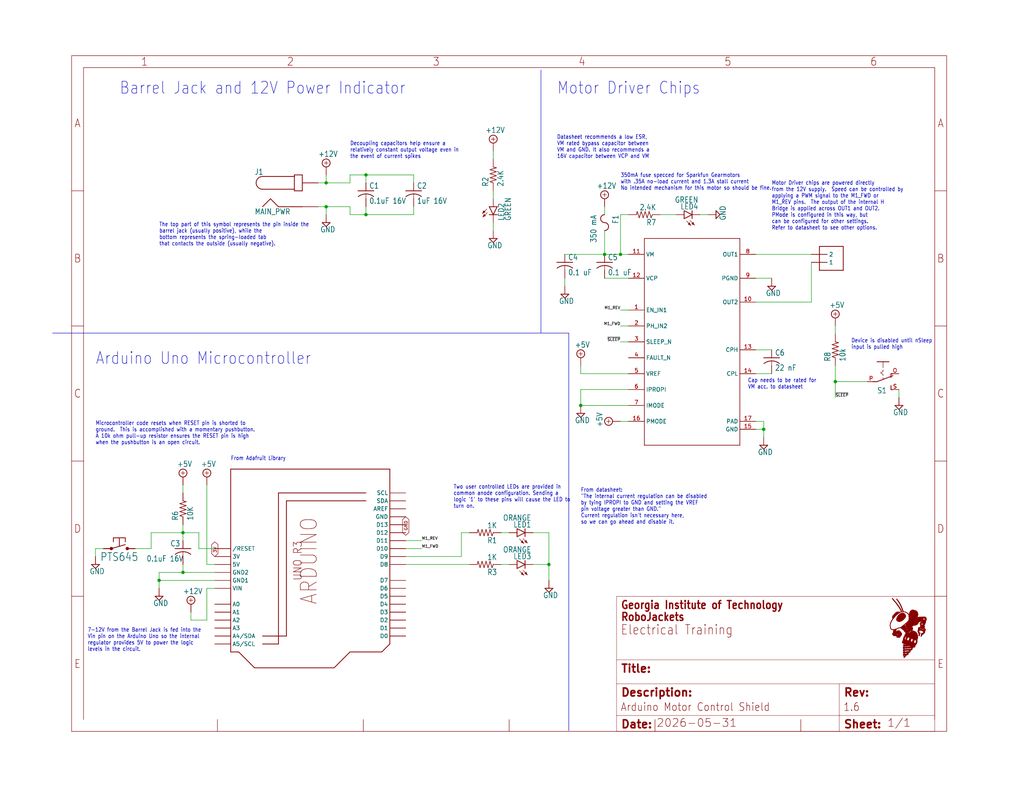
<source format=kicad_sch>
(kicad_sch (version 20230121) (generator eeschema)
  (paper "User" 326.949 254.33)
  (lib_symbols
    (symbol "training_board-eagle-import:+12V" (power)
      (property "Value" "+12V" (at -2.54 3.175 0))
      (symbol "+12V_1_0"
        (pin power_in line (at 0 -2.54 90) (length 2.54) (name "+12V") (number "1"))
      )
    )
    (symbol "training_board-eagle-import:+5V" (power)
      (property "Value" "+5V" (at -1.905 3.175 0))
      (symbol "+5V_1_0"
        (pin power_in line (at 0 -2.54 90) (length 2.54) (name "+5V") (number "1"))
      )
    )
    (symbol "training_board-eagle-import:1X2-3.5MM"
      (symbol "1X2-3.5MM_1_0"
        (pin passive line (at -5.08 2.54 0) (length 5.08) (name "1") (number "1"))
        (pin passive line (at -5.08 0 0) (length 5.08) (name "2") (number "2"))
      )
    )
    (symbol "training_board-eagle-import:ARDUINOR3-NOIOREF-NOTEXT"
      (symbol "ARDUINOR3-NOIOREF-NOTEXT_1_0"
        (text "ARDUINO" (at -17.78 2.54 0) (effects (font (size 5.08 4.318)) (justify left bottom)))
        (text "UNO R3" (at -10.16 -2.54 0) (effects (font (size 2.54 2.159)) (justify left bottom)))
        (pin power_in line (at -5.08 -30.48 90) (length 5.08) (name "3V") (number "3V"))
        (pin power_in line (at -2.54 -30.48 90) (length 5.08) (name "5V") (number "5V"))
        (pin bidirectional line (at 10.16 -30.48 90) (length 5.08) (name "A0") (number "A0"))
        (pin bidirectional line (at 12.7 -30.48 90) (length 5.08) (name "A1") (number "A1"))
        (pin bidirectional line (at 15.24 -30.48 90) (length 5.08) (name "A2") (number "A2"))
        (pin bidirectional line (at 17.78 -30.48 90) (length 5.08) (name "A3") (number "A3"))
        (pin bidirectional line (at 20.32 -30.48 90) (length 5.08) (name "A4/SDA") (number "A4"))
        (pin bidirectional line (at 22.86 -30.48 90) (length 5.08) (name "A5/SCL") (number "A5"))
        (pin bidirectional line (at -20.32 30.48 270) (length 5.08) (name "AREF") (number "AREF"))
        (pin bidirectional line (at 20.32 30.48 270) (length 5.08) (name "D0") (number "D0"))
        (pin bidirectional line (at 17.78 30.48 270) (length 5.08) (name "D1") (number "D1"))
        (pin bidirectional line (at -7.62 30.48 270) (length 5.08) (name "D10") (number "D10"))
        (pin bidirectional line (at -10.16 30.48 270) (length 5.08) (name "D11") (number "D11"))
        (pin bidirectional line (at -12.7 30.48 270) (length 5.08) (name "D12") (number "D12"))
        (pin bidirectional line (at -15.24 30.48 270) (length 5.08) (name "D13") (number "D13"))
        (pin bidirectional line (at 15.24 30.48 270) (length 5.08) (name "D2") (number "D2"))
        (pin bidirectional line (at 12.7 30.48 270) (length 5.08) (name "D3") (number "D3"))
        (pin bidirectional line (at 10.16 30.48 270) (length 5.08) (name "D4") (number "D4"))
        (pin bidirectional line (at 7.62 30.48 270) (length 5.08) (name "D5") (number "D5"))
        (pin bidirectional line (at 5.08 30.48 270) (length 5.08) (name "D6") (number "D6"))
        (pin bidirectional line (at 2.54 30.48 270) (length 5.08) (name "D7") (number "D7"))
        (pin bidirectional line (at -2.54 30.48 270) (length 5.08) (name "D8") (number "D8"))
        (pin bidirectional line (at -5.08 30.48 270) (length 5.08) (name "D9") (number "D9"))
        (pin power_in line (at -17.78 30.48 270) (length 5.08) (name "GND") (number "GND"))
        (pin power_in line (at 2.54 -30.48 90) (length 5.08) (name "GND1") (number "GND1"))
        (pin power_in line (at 0 -30.48 90) (length 5.08) (name "GND2") (number "GND2"))
        (pin bidirectional line (at -7.62 -30.48 90) (length 5.08) (name "/RESET") (number "RESET"))
        (pin bidirectional line (at -25.4 30.48 270) (length 5.08) (name "SCL") (number "SCL"))
        (pin bidirectional line (at -22.86 30.48 270) (length 5.08) (name "SDA") (number "SDA"))
        (pin power_in line (at 5.08 -30.48 90) (length 5.08) (name "VIN") (number "VIN"))
      )
    )
    (symbol "training_board-eagle-import:C-USC0805"
      (property "Reference" "C" (at 1.016 0.635 0))
      (symbol "C-USC0805_1_0"
        (pin passive line (at 0 2.54 270) (length 2.54) (name "1") (number "1"))
        (pin passive line (at 0 -5.08 90) (length 2.54) (name "2") (number "2"))
      )
    )
    (symbol "training_board-eagle-import:C-USCHIP-0603(1608-METRIC)"
      (property "Reference" "C" (at 1.016 0.635 0))
      (symbol "C-USCHIP-0603(1608-METRIC)_1_0"
        (pin passive line (at 0 2.54 270) (length 2.54) (name "1") (number "1"))
        (pin passive line (at 0 -5.08 90) (length 2.54) (name "2") (number "2"))
      )
    )
    (symbol "training_board-eagle-import:CHIP_FUSE1812"
      (property "Reference" "F" (at -2.54 2.54 0))
      (symbol "CHIP_FUSE1812_1_0"
        (pin bidirectional line (at -2.54 0 0) (length 0) (name "1") (number "1"))
        (pin bidirectional line (at 2.54 0 180) (length 0) (name "2") (number "2"))
      )
    )
    (symbol "training_board-eagle-import:DRV8876PWPRPWP0016J_NV"
      (symbol "DRV8876PWPRPWP0016J_NV_1_0"
        (pin input line (at -20.32 10.16 0) (length 5.08) (name "EN_IN1") (number "1"))
        (pin output line (at 20.32 12.7 180) (length 5.08) (name "OUT2") (number "10"))
        (pin power_in line (at -20.32 27.94 0) (length 5.08) (name "VM") (number "11"))
        (pin power_in line (at -20.32 20.32 0) (length 5.08) (name "VCP") (number "12"))
        (pin power_in line (at 20.32 -2.54 180) (length 5.08) (name "CPH") (number "13"))
        (pin power_in line (at 20.32 -10.16 180) (length 5.08) (name "CPL") (number "14"))
        (pin power_in line (at 20.32 -27.94 180) (length 5.08) (name "GND") (number "15"))
        (pin input line (at -20.32 -25.4 0) (length 5.08) (name "PMODE") (number "16"))
        (pin power_in line (at 20.32 -25.4 180) (length 5.08) (name "PAD") (number "17"))
        (pin input line (at -20.32 5.08 0) (length 5.08) (name "PH_IN2") (number "2"))
        (pin input line (at -20.32 0 0) (length 5.08) (name "SLEEP_N") (number "3"))
        (pin open_collector line (at -20.32 -5.08 0) (length 5.08) (name "FAULT_N") (number "4"))
        (pin power_in line (at -20.32 -10.16 0) (length 5.08) (name "VREF") (number "5"))
        (pin output line (at -20.32 -15.24 0) (length 5.08) (name "IPROPI") (number "6"))
        (pin input line (at -20.32 -20.32 0) (length 5.08) (name "IMODE") (number "7"))
        (pin output line (at 20.32 27.94 180) (length 5.08) (name "OUT1") (number "8"))
        (pin power_in line (at 20.32 20.32 180) (length 5.08) (name "PGND") (number "9"))
      )
    )
    (symbol "training_board-eagle-import:EG1218S"
      (property "Reference" "S" (at -6.35 -1.905 90))
      (symbol "EG1218S_1_0"
        (pin passive line (at 0 5.08 270) (length 2.54) (name "O") (number "O"))
        (pin passive line (at 2.54 -5.08 90) (length 2.54) (name "P") (number "P"))
        (pin passive line (at 5.08 5.08 270) (length 2.54) (name "S") (number "S"))
      )
    )
    (symbol "training_board-eagle-import:FRAME_A_L"
      (symbol "FRAME_A_L_1_0"
        (text "1" (at 23.2833 213.995 0) (effects (font (size 2.54 2.286))))
        (text "2" (at 69.85 213.995 0) (effects (font (size 2.54 2.286))))
        (text "3" (at 116.4167 213.995 0) (effects (font (size 2.54 2.286))))
        (text "4" (at 162.9833 213.995 0) (effects (font (size 2.54 2.286))))
        (text "5" (at 209.55 213.995 0) (effects (font (size 2.54 2.286))))
        (text "6" (at 256.1167 213.995 0) (effects (font (size 2.54 2.286))))
        (text "A" (at 1.905 194.31 0) (effects (font (size 2.54 2.286))))
        (text "A" (at 277.495 194.31 0) (effects (font (size 2.54 2.286))))
        (text "B" (at 1.905 151.13 0) (effects (font (size 2.54 2.286))))
        (text "B" (at 277.495 151.13 0) (effects (font (size 2.54 2.286))))
        (text "C" (at 1.905 107.95 0) (effects (font (size 2.54 2.286))))
        (text "C" (at 277.495 107.95 0) (effects (font (size 2.54 2.286))))
        (text "D" (at 1.905 64.77 0) (effects (font (size 2.54 2.286))))
        (text "D" (at 277.495 64.77 0) (effects (font (size 2.54 2.286))))
        (text "E" (at 1.905 21.59 0) (effects (font (size 2.54 2.286))))
        (text "E" (at 277.495 21.59 0) (effects (font (size 2.54 2.286))))
      )
      (symbol "FRAME_A_L_2_0"
        (text "${#}/${##}" (at 86.36 1.27 0) (effects (font (size 2.54 2.54)) (justify left bottom)))
        (text "${CURRENT_DATE}" (at 12.7 1.27 0) (effects (font (size 2.54 2.54)) (justify left bottom)))
        (text "${PROJECTNAME}" (at 15.24 19.05 0) (effects (font (size 2.54 2.54)) (justify left bottom)))
        (text "${REVISION}" (at 72.39 6.35 0) (effects (font (size 2.54 2.159)) (justify left bottom)))
        (text "${SCH_DESC}" (at 1.27 6.35 0) (effects (font (size 2.54 2.159)) (justify left bottom)))
        (text "${TEAM}" (at 1.27 34.29 0) (effects (font (size 3.048 2.5908)) (justify left top)))
        (text "Date:" (at 1.27 3.81 0) (effects (font (size 2.54 2.54) (thickness 0.508) bold) (justify left top)))
        (text "Description:" (at 1.27 13.97 0) (effects (font (size 2.54 2.54) (thickness 0.508) bold) (justify left top)))
        (text "Georgia Institute of Technology" (at 1.27 41.91 0) (effects (font (size 2.54 2.159) (thickness 0.4318) bold) (justify left top)))
        (text "Rev:" (at 72.39 13.97 0) (effects (font (size 2.54 2.54) (thickness 0.508) bold) (justify left top)))
        (text "RoboJackets" (at 1.27 38.1 0) (effects (font (size 2.54 2.159) (thickness 0.4318) bold) (justify left top)))
        (text "Sheet:" (at 72.39 3.81 0) (effects (font (size 2.54 2.54) (thickness 0.508) bold) (justify left top)))
        (text "Title:" (at 1.27 21.59 0) (effects (font (size 2.54 2.54) (thickness 0.508) bold) (justify left top)))
      )
    )
    (symbol "training_board-eagle-import:GND" (power)
      (property "Value" "GND" (at -1.905 -3.175 0))
      (symbol "GND_1_0"
        (pin power_in line (at 0 2.54 270) (length 2.54) (name "GND") (number "1"))
      )
    )
    (symbol "training_board-eagle-import:LEDCHIP-LED0603"
      (property "Reference" "LED" (at 3.556 -4.572 90))
      (symbol "LEDCHIP-LED0603_1_0"
        (pin passive line (at 0 2.54 270) (length 2.54) (name "A") (number "A"))
        (pin passive line (at 0 -5.08 90) (length 2.54) (name "C") (number "C"))
      )
    )
    (symbol "training_board-eagle-import:PJ-037A"
      (property "Reference" "J" (at -10.16 7.62 0))
      (symbol "PJ-037A_1_0"
        (pin bidirectional line (at 10.16 -2.54 180) (length 5.08) (name "2") (number "P$1"))
        (pin bidirectional line (at 10.16 5.08 180) (length 5.08) (name "1") (number "P$2"))
      )
    )
    (symbol "training_board-eagle-import:PTS645"
      (symbol "PTS645_1_0"
        (pin passive line (at -5.08 0 0) (length 2.54) (name "1") (number "1"))
        (pin passive line (at -5.08 0 0) (length 2.54) (name "1") (number "2"))
        (pin passive line (at 5.08 0 180) (length 2.54) (name "2") (number "3"))
        (pin passive line (at 5.08 0 180) (length 2.54) (name "2") (number "4"))
      )
    )
    (symbol "training_board-eagle-import:R-US_R0603"
      (property "Reference" "R" (at -3.81 1.4986 0))
      (symbol "R-US_R0603_1_0"
        (pin passive line (at -5.08 0 0) (length 2.54) (name "1") (number "1"))
        (pin passive line (at 5.08 0 180) (length 2.54) (name "2") (number "2"))
      )
    )
  )
  (junction (at 58.42 182.88))
  (junction (at 116.84 55.88))
  (junction (at 116.84 68.58))
  (junction (at 198.12 81.28))
  (junction (at 266.7 121.92))
  (junction (at 185.42 129.54))
  (junction (at 58.42 170.18))
  (junction (at 50.8 185.42))
  (junction (at 193.04 81.28))
  (junction (at 243.84 137.16))
  (junction (at 104.14 66.04))
  (junction (at 104.14 58.42))
  (junction (at 175.26 180.34))
  (wire (pts (xy 210.82 68.58) (xy 215.9 68.58)) (stroke (width 0.1524)))
  (wire (pts (xy 185.42 124.46) (xy 185.42 129.54)) (stroke (width 0.1524)))
  (wire (pts (xy 266.7 106.68) (xy 266.7 104.14)) (stroke (width 0.1524)))
  (wire (pts (xy 48.26 170.18) (xy 58.42 170.18)) (stroke (width 0.1524)))
  (wire (pts (xy 50.8 182.88) (xy 50.8 185.42)) (stroke (width 0.1524)))
  (wire (pts (xy 149.86 170.18) (xy 147.32 170.18)) (stroke (width 0.1524)))
  (wire (pts (xy 185.42 119.38) (xy 185.42 116.84)) (stroke (width 0.1524)))
  (wire (pts (xy 160.02 180.34) (xy 162.56 180.34)) (stroke (width 0.1524)))
  (wire (pts (xy 157.48 71.12) (xy 157.48 73.66)) (stroke (width 0.1524)))
  (wire (pts (xy 200.66 124.46) (xy 185.42 124.46)) (stroke (width 0.1524)))
  (wire (pts (xy 66.04 180.34) (xy 66.04 154.94)) (stroke (width 0.1524)))
  (wire (pts (xy 30.48 175.26) (xy 30.48 177.8)) (stroke (width 0.1524)))
  (wire (pts (xy 287.02 124.46) (xy 287.02 127)) (stroke (width 0.1524)))
  (wire (pts (xy 33.02 175.26) (xy 30.48 175.26)) (stroke (width 0.1524)))
  (wire (pts (xy 50.8 185.42) (xy 50.8 187.96)) (stroke (width 0.1524)))
  (wire (pts (xy 198.12 68.58) (xy 198.12 81.28)) (stroke (width 0.1524)))
  (wire (pts (xy 58.42 154.94) (xy 58.42 157.48)) (stroke (width 0.1524)))
  (wire (pts (xy 200.66 129.54) (xy 185.42 129.54)) (stroke (width 0.1524)))
  (wire (pts (xy 101.6 58.42) (xy 104.14 58.42)) (stroke (width 0.1524)))
  (wire (pts (xy 241.3 111.76) (xy 246.38 111.76)) (stroke (width 0.1524)))
  (wire (pts (xy 63.5 170.18) (xy 58.42 170.18)) (stroke (width 0.1524)))
  (wire (pts (xy 223.52 68.58) (xy 226.06 68.58)) (stroke (width 0.1524)))
  (wire (pts (xy 58.42 167.64) (xy 58.42 170.18)) (stroke (width 0.1524)))
  (wire (pts (xy 170.18 180.34) (xy 175.26 180.34)) (stroke (width 0.1524)))
  (wire (pts (xy 200.66 68.58) (xy 198.12 68.58)) (stroke (width 0.1524)))
  (wire (pts (xy 193.04 73.66) (xy 193.04 81.28)) (stroke (width 0.1524)))
  (wire (pts (xy 266.7 121.92) (xy 266.7 127)) (stroke (width 0.1524)))
  (wire (pts (xy 111.76 68.58) (xy 111.76 66.04)) (stroke (width 0.1524)))
  (wire (pts (xy 132.08 66.04) (xy 132.08 68.58)) (stroke (width 0.1524)))
  (wire (pts (xy 111.76 66.04) (xy 104.14 66.04)) (stroke (width 0.1524)))
  (wire (pts (xy 66.04 198.12) (xy 60.96 198.12)) (stroke (width 0.1524)))
  (wire (pts (xy 200.66 109.22) (xy 198.12 109.22)) (stroke (width 0.1524)))
  (wire (pts (xy 200.66 81.28) (xy 198.12 81.28)) (stroke (width 0.1524)))
  (wire (pts (xy 132.08 58.42) (xy 132.08 55.88)) (stroke (width 0.1524)))
  (wire (pts (xy 68.58 187.96) (xy 66.04 187.96)) (stroke (width 0.1524)))
  (polyline (pts (xy 181.61 233.426) (xy 181.61 106.426)) (stroke (width 0.1524) (type solid)))
  (wire (pts (xy 266.7 116.84) (xy 266.7 121.92)) (stroke (width 0.1524)))
  (wire (pts (xy 58.42 182.88) (xy 50.8 182.88)) (stroke (width 0.1524)))
  (wire (pts (xy 259.08 96.52) (xy 259.08 83.82)) (stroke (width 0.1524)))
  (wire (pts (xy 132.08 68.58) (xy 116.84 68.58)) (stroke (width 0.1524)))
  (wire (pts (xy 129.54 175.26) (xy 134.62 175.26)) (stroke (width 0.1524)))
  (wire (pts (xy 132.08 55.88) (xy 116.84 55.88)) (stroke (width 0.1524)))
  (wire (pts (xy 147.32 177.8) (xy 147.32 170.18)) (stroke (width 0.1524)))
  (wire (pts (xy 50.8 185.42) (xy 68.58 185.42)) (stroke (width 0.1524)))
  (wire (pts (xy 66.04 187.96) (xy 66.04 198.12)) (stroke (width 0.1524)))
  (wire (pts (xy 157.48 48.26) (xy 157.48 50.8)) (stroke (width 0.1524)))
  (wire (pts (xy 58.42 180.34) (xy 58.42 182.88)) (stroke (width 0.1524)))
  (wire (pts (xy 276.86 121.92) (xy 266.7 121.92)) (stroke (width 0.1524)))
  (wire (pts (xy 111.76 58.42) (xy 104.14 58.42)) (stroke (width 0.1524)))
  (wire (pts (xy 241.3 81.28) (xy 259.08 81.28)) (stroke (width 0.1524)))
  (wire (pts (xy 200.66 134.62) (xy 198.12 134.62)) (stroke (width 0.1524)))
  (wire (pts (xy 111.76 55.88) (xy 111.76 58.42)) (stroke (width 0.1524)))
  (wire (pts (xy 129.54 172.72) (xy 134.62 172.72)) (stroke (width 0.1524)))
  (wire (pts (xy 193.04 81.28) (xy 180.34 81.28)) (stroke (width 0.1524)))
  (wire (pts (xy 116.84 58.42) (xy 116.84 55.88)) (stroke (width 0.1524)))
  (wire (pts (xy 241.3 119.38) (xy 246.38 119.38)) (stroke (width 0.1524)))
  (wire (pts (xy 200.66 104.14) (xy 198.12 104.14)) (stroke (width 0.1524)))
  (wire (pts (xy 241.3 96.52) (xy 259.08 96.52)) (stroke (width 0.1524)))
  (wire (pts (xy 241.3 137.16) (xy 243.84 137.16)) (stroke (width 0.1524)))
  (wire (pts (xy 129.54 180.34) (xy 149.86 180.34)) (stroke (width 0.1524)))
  (wire (pts (xy 129.54 177.8) (xy 147.32 177.8)) (stroke (width 0.1524)))
  (wire (pts (xy 116.84 68.58) (xy 111.76 68.58)) (stroke (width 0.1524)))
  (wire (pts (xy 48.26 175.26) (xy 48.26 170.18)) (stroke (width 0.1524)))
  (wire (pts (xy 162.56 170.18) (xy 160.02 170.18)) (stroke (width 0.1524)))
  (wire (pts (xy 193.04 88.9) (xy 200.66 88.9)) (stroke (width 0.1524)))
  (wire (pts (xy 116.84 55.88) (xy 111.76 55.88)) (stroke (width 0.1524)))
  (wire (pts (xy 104.14 58.42) (xy 104.14 55.88)) (stroke (width 0.1524)))
  (wire (pts (xy 241.3 134.62) (xy 243.84 134.62)) (stroke (width 0.1524)))
  (wire (pts (xy 170.18 170.18) (xy 175.26 170.18)) (stroke (width 0.1524)))
  (wire (pts (xy 175.26 180.34) (xy 175.26 185.42)) (stroke (width 0.1524)))
  (polyline (pts (xy 172.72 106.426) (xy 172.72 22.352)) (stroke (width 0.1524) (type solid)))
  (wire (pts (xy 200.66 99.06) (xy 198.12 99.06)) (stroke (width 0.1524)))
  (wire (pts (xy 175.26 170.18) (xy 175.26 180.34)) (stroke (width 0.1524)))
  (wire (pts (xy 68.58 180.34) (xy 66.04 180.34)) (stroke (width 0.1524)))
  (wire (pts (xy 43.18 175.26) (xy 48.26 175.26)) (stroke (width 0.1524)))
  (wire (pts (xy 241.3 88.9) (xy 246.38 88.9)) (stroke (width 0.1524)))
  (wire (pts (xy 116.84 66.04) (xy 116.84 68.58)) (stroke (width 0.1524)))
  (polyline (pts (xy 16.764 106.426) (xy 181.61 106.426)) (stroke (width 0.1524) (type solid)))
  (wire (pts (xy 243.84 134.62) (xy 243.84 137.16)) (stroke (width 0.1524)))
  (wire (pts (xy 63.5 175.26) (xy 63.5 170.18)) (stroke (width 0.1524)))
  (wire (pts (xy 104.14 66.04) (xy 104.14 68.58)) (stroke (width 0.1524)))
  (wire (pts (xy 180.34 88.9) (xy 180.34 91.44)) (stroke (width 0.1524)))
  (wire (pts (xy 157.48 60.96) (xy 157.48 63.5)) (stroke (width 0.1524)))
  (wire (pts (xy 193.04 68.58) (xy 193.04 66.04)) (stroke (width 0.1524)))
  (wire (pts (xy 68.58 182.88) (xy 58.42 182.88)) (stroke (width 0.1524)))
  (wire (pts (xy 243.84 137.16) (xy 243.84 139.7)) (stroke (width 0.1524)))
  (wire (pts (xy 200.66 119.38) (xy 185.42 119.38)) (stroke (width 0.1524)))
  (wire (pts (xy 101.6 66.04) (xy 104.14 66.04)) (stroke (width 0.1524)))
  (wire (pts (xy 198.12 81.28) (xy 193.04 81.28)) (stroke (width 0.1524)))
  (wire (pts (xy 63.5 175.26) (xy 68.58 175.26)) (stroke (width 0.1524)))
  (wire (pts (xy 60.96 195.58) (xy 60.96 198.12)) (stroke (width 0.1524)))
  (wire (pts (xy 58.42 170.18) (xy 58.42 172.72)) (stroke (width 0.1524)))
  (text "Device is disabled until nSleep\ninput is pulled high" (at 271.78 111.76 0) (effects (font (size 1.27 1.0795)) (justify left bottom)))
  (text "Decoupling capacitors help ensure a\nrelatively constant output voltage even in\nthe event of current spikes" (at 111.76 50.8 0) (effects (font (size 1.27 1.0795)) (justify left bottom)))
  (text "Cap needs to be rated for\nVM acc. to datasheet" (at 238.76 124.46 0) (effects (font (size 1.27 1.0795)) (justify left bottom)))
  (text "Two user controlled LEDs are provided in\ncommon anode configuration. Sending a\nlogic '1' to these pins will cause the LED to\nturn on." (at 144.78 162.56 0) (effects (font (size 1.27 1.0795)) (justify left bottom)))
  (text "The top part of this symbol represents the pin inside the\nbarrel jack (usually positive), while the\nbottom represents the spring-loaded tab\nthat contacts the outside (usually negative)." (at 50.8 78.74 0) (effects (font (size 1.27 1.0795)) (justify left bottom)))
  (text "Microcontroller code resets when RESET pin is shorted to\nground.  This is accomplished with a momentary pushbutton.\nA 10k ohm pull-up resistor ensures the RESET pin is high\nwhen the pushbutton is an open circuit." (at 30.48 142.24 0) (effects (font (size 1.27 1.0795)) (justify left bottom)))
  (text "Barrel Jack and 12V Power Indicator" (at 38.1 30.48 0) (effects (font (size 3.81 3.2385)) (justify left bottom)))
  (text "From Adafruit Library" (at 73.66 147.32 0) (effects (font (size 1.27 1.0795)) (justify left bottom)))
  (text "Datasheet recommends a low ESR,\nVM rated bypass capacitor between\nVM and GND. It also recommends a\n16V capacitor between VCP and VM" (at 177.8 50.8 0) (effects (font (size 1.27 1.0795)) (justify left bottom)))
  (text "7-12V from the Barrel Jack is fed into the\nVin pin on the Arduino Uno so the internal\nregulator provides 5V to power the logic\nlevels in the circuit." (at 27.94 208.28 0) (effects (font (size 1.27 1.0795)) (justify left bottom)))
  (text "Motor Driver chips are powered directly\nfrom the 12V supply.  Speed can be controlled by\napplying a PWM signal to the M1_FWD or\nM1_REV pins.  The output of the internal H\nBridge is applied across OUT1 and OUT2.\nPMode is configured in this way, but\ncan be configured for other settings.\nRefer to datasheet to see other options." (at 246.38 73.66 0) (effects (font (size 1.27 1.0795)) (justify left bottom)))
  (text "From datasheet:\n\"The internal current regulation can be disabled\nby tying IPROPI to GND and setting the VREF\npin voltage greater than GND.\"\nCurrent regulation isn't necessary here,\nso we can go ahead and disable it." (at 185.42 167.64 0) (effects (font (size 1.27 1.0795)) (justify left bottom)))
  (text "350mA fuse specced for Sparkfun Gearmotors\nwith .35A no-load current and 1.3A stall current\nNo intended mechanism for this motor so should be fine." (at 198.12 60.96 0) (effects (font (size 1.27 1.0795)) (justify left bottom)))
  (text "Motor Driver Chips" (at 177.8 30.48 0) (effects (font (size 3.81 3.2385)) (justify left bottom)))
  (text "Arduino Uno Microcontroller" (at 30.48 116.84 0) (effects (font (size 3.81 3.2385)) (justify left bottom)))
  (label "M1_REV" (at 134.62 172.72 0) (effects (font (size 0.889 0.889))))
  (label "M1_REV" (at 198.12 99.06 180) (effects (font (size 0.889 0.889))))
  (label "~{SLEEP}" (at 266.7 127 0) (effects (font (size 0.889 0.889))))
  (label "~{SLEEP}" (at 198.12 109.22 180) (effects (font (size 0.889 0.889))))
  (label "M1_FWD" (at 134.62 175.26 0) (effects (font (size 0.889 0.889))))
  (label "M1_FWD" (at 198.12 104.14 180) (effects (font (size 0.889 0.889))))
  (global_label "3V" (shape bidirectional) (at 68.58 177.8 90) (effects (font (size 1.016 1.016))) (property "Intersheetrefs" "${INTERSHEET_REFS}" (effects hide)))
  (global_label "GND" (shape bidirectional) (at 129.54 165.1 270) (effects (font (size 1.016 1.016))) (property "Intersheetrefs" "${INTERSHEET_REFS}" (effects hide)))
  (symbol (lib_id "training_board-eagle-import:GND") (at 180.34 93.98 0) (unit 1)
    (property "Reference" "#SUPPLY15" (effects hide))
    (property "Value" "GND" (at 178.435 97.155 0) (effects (font (size 1.778 1.5113)) (justify left bottom)))
  )
  (symbol (lib_id "training_board-eagle-import:C-USC0805") (at 116.84 60.96 0) (unit 1)
    (property "Reference" "C1" (at 117.856 60.325 0) (effects (font (size 1.778 1.5113)) (justify left bottom)))
    (property "Value" "0.1uF 16V" (at 117.856 65.151 0) (effects (font (size 1.778 1.5113)) (justify left bottom)))
    (property "Footprint" "training_board:C0805" (effects hide))
  )
  (symbol (lib_id "training_board-eagle-import:+5V") (at 185.42 114.3 0) (unit 1)
    (property "Reference" "#SUPPLY21" (effects hide))
    (property "Value" "+5V" (at 183.515 111.125 0) (effects (font (size 1.778 1.5113)) (justify left bottom)))
  )
  (symbol (lib_id "training_board-eagle-import:LEDCHIP-LED0603") (at 218.44 68.58 90) (unit 1)
    (property "Reference" "LED4" (at 223.012 65.024 90) (effects (font (size 1.778 1.5113)) (justify left bottom)))
    (property "Value" "GREEN" (at 223.012 62.865 90) (effects (font (size 1.778 1.5113)) (justify left bottom)))
    (property "Footprint" "training_board:CHIP-LED0603" (effects hide))
  )
  (symbol (lib_id "training_board-eagle-import:C-USCHIP-0603(1608-METRIC)") (at 246.38 114.3 0) (unit 1)
    (property "Reference" "C6" (at 247.396 113.665 0) (effects (font (size 1.778 1.5113)) (justify left bottom)))
    (property "Value" "22 nF" (at 247.396 118.491 0) (effects (font (size 1.778 1.5113)) (justify left bottom)))
    (property "Footprint" "training_board:CAPC1608X85" (effects hide))
  )
  (symbol (lib_id "training_board-eagle-import:R-US_R0603") (at 205.74 68.58 180) (unit 1)
    (property "Reference" "R7" (at 209.55 70.0786 0) (effects (font (size 1.778 1.5113)) (justify left bottom)))
    (property "Value" "2.4K" (at 209.55 65.278 0) (effects (font (size 1.778 1.5113)) (justify left bottom)))
    (property "Footprint" "training_board:R0603" (effects hide))
  )
  (symbol (lib_id "training_board-eagle-import:R-US_R0603") (at 154.94 180.34 180) (unit 1)
    (property "Reference" "R3" (at 158.75 181.8386 0) (effects (font (size 1.778 1.5113)) (justify left bottom)))
    (property "Value" "1K" (at 158.75 177.038 0) (effects (font (size 1.778 1.5113)) (justify left bottom)))
    (property "Footprint" "training_board:R0603" (effects hide))
  )
  (symbol (lib_id "training_board-eagle-import:C-USCHIP-0603(1608-METRIC)") (at 180.34 83.82 0) (unit 1)
    (property "Reference" "C4" (at 181.356 83.185 0) (effects (font (size 1.778 1.5113)) (justify left bottom)))
    (property "Value" "0.1 uF" (at 181.356 88.011 0) (effects (font (size 1.778 1.5113)) (justify left bottom)))
    (property "Footprint" "training_board:CAPC1608X85" (effects hide))
  )
  (symbol (lib_id "training_board-eagle-import:GND") (at 50.8 190.5 0) (unit 1)
    (property "Reference" "#SUPPLY9" (effects hide))
    (property "Value" "GND" (at 48.895 193.675 0) (effects (font (size 1.778 1.5113)) (justify left bottom)))
  )
  (symbol (lib_id "training_board-eagle-import:PTS645") (at 38.1 175.26 0) (unit 1)
    (property "Reference" "SW1" (effects hide))
    (property "Value" "PTS645" (at 38.1 176.53 0) (effects (font (size 2.54 2.159)) (justify top)))
    (property "Footprint" "training_board:PTS645" (effects hide))
    (property "FUNCTION" "RESET" (effects hide))
  )
  (symbol (lib_id "training_board-eagle-import:R-US_R0603") (at 154.94 170.18 180) (unit 1)
    (property "Reference" "R1" (at 158.75 171.6786 0) (effects (font (size 1.778 1.5113)) (justify left bottom)))
    (property "Value" "1K" (at 158.75 166.878 0) (effects (font (size 1.778 1.5113)) (justify left bottom)))
    (property "Footprint" "training_board:R0603" (effects hide))
  )
  (symbol (lib_id "training_board-eagle-import:GND") (at 104.14 71.12 0) (unit 1)
    (property "Reference" "#SUPPLY7" (effects hide))
    (property "Value" "GND" (at 102.235 74.295 0) (effects (font (size 1.778 1.5113)) (justify left bottom)))
  )
  (symbol (lib_id "training_board-eagle-import:R-US_R0603") (at 266.7 111.76 90) (unit 1)
    (property "Reference" "R8" (at 265.2014 115.57 0) (effects (font (size 1.778 1.5113)) (justify left bottom)))
    (property "Value" "10k" (at 270.002 115.57 0) (effects (font (size 1.778 1.5113)) (justify left bottom)))
    (property "Footprint" "training_board:R0603" (effects hide))
  )
  (symbol (lib_id "training_board-eagle-import:+12V") (at 60.96 193.04 0) (unit 1)
    (property "Reference" "#SUPPLY1" (effects hide))
    (property "Value" "+12V" (at 58.42 189.865 0) (effects (font (size 1.778 1.5113)) (justify left bottom)))
  )
  (symbol (lib_id "training_board-eagle-import:LEDCHIP-LED0603") (at 157.48 66.04 0) (unit 1)
    (property "Reference" "LED2" (at 161.036 70.612 90) (effects (font (size 1.778 1.5113)) (justify left bottom)))
    (property "Value" "GREEN" (at 163.195 70.612 90) (effects (font (size 1.778 1.5113)) (justify left bottom)))
    (property "Footprint" "training_board:CHIP-LED0603" (effects hide))
  )
  (symbol (lib_id "training_board-eagle-import:LEDCHIP-LED0603") (at 165.1 170.18 90) (unit 1)
    (property "Reference" "LED1" (at 169.672 166.624 90) (effects (font (size 1.778 1.5113)) (justify left bottom)))
    (property "Value" "ORANGE" (at 169.672 164.465 90) (effects (font (size 1.778 1.5113)) (justify left bottom)))
    (property "Footprint" "training_board:CHIP-LED0603" (effects hide))
  )
  (symbol (lib_id "training_board-eagle-import:ARDUINOR3-NOIOREF-NOTEXT") (at 99.06 182.88 270) (unit 1)
    (property "Reference" "Q2" (effects hide))
    (property "Value" "ARDUINOR3-NOIOREF-NOTEXT" (effects hide))
    (property "Footprint" "training_board:ARDUINOR3-NOTEXT-NOIOREF" (effects hide))
  )
  (symbol (lib_id "training_board-eagle-import:FRAME_A_L") (at 22.86 233.68 0) (unit 1)
    (property "Reference" "#FRAME1" (effects hide))
    (property "Value" "FRAME_A_L" (effects hide))
    (property "AUTHOR" "Varun Madabushi" (effects hide))
    (property "REVISION" "1.6" (effects hide))
    (property "SCH_DESC" "Arduino Motor Control Shield" (effects hide))
    (property "TEAM" "Electrical Training" (effects hide))
  )
  (symbol (lib_id "training_board-eagle-import:+5V") (at 66.04 152.4 0) (unit 1)
    (property "Reference" "#SUPPLY5" (effects hide))
    (property "Value" "+5V" (at 64.135 149.225 0) (effects (font (size 1.778 1.5113)) (justify left bottom)))
  )
  (symbol (lib_id "training_board-eagle-import:GND") (at 246.38 91.44 0) (unit 1)
    (property "Reference" "#SUPPLY22" (effects hide))
    (property "Value" "GND" (at 244.475 94.615 0) (effects (font (size 1.778 1.5113)) (justify left bottom)))
  )
  (symbol (lib_id "training_board-eagle-import:GND") (at 228.6 68.58 90) (unit 1)
    (property "Reference" "#SUPPLY2" (effects hide))
    (property "Value" "GND" (at 231.775 70.485 0) (effects (font (size 1.778 1.5113)) (justify left bottom)))
  )
  (symbol (lib_id "training_board-eagle-import:C-USCHIP-0603(1608-METRIC)") (at 193.04 83.82 0) (unit 1)
    (property "Reference" "C5" (at 194.056 83.185 0) (effects (font (size 1.778 1.5113)) (justify left bottom)))
    (property "Value" "0.1 uF" (at 194.056 88.011 0) (effects (font (size 1.778 1.5113)) (justify left bottom)))
    (property "Footprint" "training_board:CAPC1608X85" (effects hide))
  )
  (symbol (lib_id "training_board-eagle-import:R-US_R0603") (at 157.48 55.88 90) (unit 1)
    (property "Reference" "R2" (at 155.9814 59.69 0) (effects (font (size 1.778 1.5113)) (justify left bottom)))
    (property "Value" "2.4K" (at 160.782 59.69 0) (effects (font (size 1.778 1.5113)) (justify left bottom)))
    (property "Footprint" "training_board:R0603" (effects hide))
  )
  (symbol (lib_id "training_board-eagle-import:DRV8876PWPRPWP0016J_NV") (at 220.98 109.22 0) (unit 1)
    (property "Reference" "U2" (effects hide))
    (property "Value" "DRV8876PWPRPWP0016J_NV" (effects hide))
    (property "Footprint" "training_board:PWP0016J_NV" (effects hide))
  )
  (symbol (lib_id "training_board-eagle-import:FRAME_A_L") (at 196.85 233.68 0) (unit 2)
    (property "Reference" "#FRAME1" (effects hide))
    (property "Value" "FRAME_A_L" (effects hide))
    (property "AUTHOR" "Varun Madabushi" (effects hide))
    (property "REVISION" "1.6" (effects hide))
    (property "SCH_DESC" "Arduino Motor Control Shield" (effects hide))
    (property "TEAM" "Electrical Training" (effects hide))
  )
  (symbol (lib_id "training_board-eagle-import:LEDCHIP-LED0603") (at 165.1 180.34 90) (unit 1)
    (property "Reference" "LED3" (at 169.672 176.784 90) (effects (font (size 1.778 1.5113)) (justify left bottom)))
    (property "Value" "ORANGE" (at 169.672 174.625 90) (effects (font (size 1.778 1.5113)) (justify left bottom)))
    (property "Footprint" "training_board:CHIP-LED0603" (effects hide))
  )
  (symbol (lib_id "training_board-eagle-import:C-USC0805") (at 58.42 175.26 0) (unit 1)
    (property "Reference" "C3" (at 54.356 174.625 0) (effects (font (size 1.778 1.5113)) (justify left bottom)))
    (property "Value" "0.1uF 16V" (at 46.736 179.451 0) (effects (font (size 1.778 1.5113)) (justify left bottom)))
    (property "Footprint" "training_board:C0805" (effects hide))
  )
  (symbol (lib_id "training_board-eagle-import:+5V") (at 266.7 101.6 0) (unit 1)
    (property "Reference" "#SUPPLY3" (effects hide))
    (property "Value" "+5V" (at 264.795 98.425 0) (effects (font (size 1.778 1.5113)) (justify left bottom)))
  )
  (symbol (lib_id "training_board-eagle-import:R-US_R0603") (at 58.42 162.56 90) (unit 1)
    (property "Reference" "R6" (at 56.9214 166.37 0) (effects (font (size 1.778 1.5113)) (justify left bottom)))
    (property "Value" "10K" (at 61.722 166.37 0) (effects (font (size 1.778 1.5113)) (justify left bottom)))
    (property "Footprint" "training_board:R0603" (effects hide))
  )
  (symbol (lib_id "training_board-eagle-import:GND") (at 185.42 132.08 0) (unit 1)
    (property "Reference" "#SUPPLY20" (effects hide))
    (property "Value" "GND" (at 183.515 135.255 0) (effects (font (size 1.778 1.5113)) (justify left bottom)))
  )
  (symbol (lib_id "training_board-eagle-import:C-USC0805") (at 132.08 60.96 0) (unit 1)
    (property "Reference" "C2" (at 133.096 60.325 0) (effects (font (size 1.778 1.5113)) (justify left bottom)))
    (property "Value" "1uF 16V" (at 133.096 65.151 0) (effects (font (size 1.778 1.5113)) (justify left bottom)))
    (property "Footprint" "training_board:C0805" (effects hide))
  )
  (symbol (lib_id "training_board-eagle-import:GND") (at 30.48 180.34 0) (unit 1)
    (property "Reference" "#SUPPLY8" (effects hide))
    (property "Value" "GND" (at 28.575 183.515 0) (effects (font (size 1.778 1.5113)) (justify left bottom)))
  )
  (symbol (lib_id "training_board-eagle-import:+5V") (at 195.58 134.62 90) (unit 1)
    (property "Reference" "#SUPPLY19" (effects hide))
    (property "Value" "+5V" (at 192.405 136.525 0) (effects (font (size 1.778 1.5113)) (justify left bottom)))
  )
  (symbol (lib_id "training_board-eagle-import:+12V") (at 104.14 53.34 0) (unit 1)
    (property "Reference" "#SUPPLY6" (effects hide))
    (property "Value" "+12V" (at 101.6 50.165 0) (effects (font (size 1.778 1.5113)) (justify left bottom)))
  )
  (symbol (lib_id "training_board-eagle-import:GND") (at 157.48 76.2 0) (unit 1)
    (property "Reference" "#SUPPLY16" (effects hide))
    (property "Value" "GND" (at 155.575 79.375 0) (effects (font (size 1.778 1.5113)) (justify left bottom)))
  )
  (symbol (lib_id "training_board-eagle-import:EG1218S") (at 281.94 119.38 270) (unit 1)
    (property "Reference" "S1" (at 280.035 125.73 90) (effects (font (size 1.778 1.5113)) (justify left bottom)))
    (property "Value" "EG1903-ND" (effects hide))
    (property "Footprint" "training_board:EG1218" (effects hide))
  )
  (symbol (lib_id "training_board-eagle-import:GND") (at 175.26 187.96 0) (unit 1)
    (property "Reference" "#SUPPLY4" (effects hide))
    (property "Value" "GND" (at 173.355 191.135 0) (effects (font (size 1.778 1.5113)) (justify left bottom)))
  )
  (symbol (lib_id "training_board-eagle-import:CHIP_FUSE1812") (at 193.04 71.12 270) (unit 1)
    (property "Reference" "F1" (at 195.58 68.58 0) (effects (font (size 1.778 1.5113)) (justify left bottom)))
    (property "Value" "350 mA" (at 190.5 68.58 0) (effects (font (size 1.778 1.5113)) (justify left top)))
    (property "Footprint" "training_board:F1812" (effects hide))
  )
  (symbol (lib_id "training_board-eagle-import:+5V") (at 58.42 152.4 0) (unit 1)
    (property "Reference" "#SUPPLY14" (effects hide))
    (property "Value" "+5V" (at 56.515 149.225 0) (effects (font (size 1.778 1.5113)) (justify left bottom)))
  )
  (symbol (lib_id "training_board-eagle-import:+12V") (at 193.04 63.5 0) (unit 1)
    (property "Reference" "#SUPPLY11" (effects hide))
    (property "Value" "+12V" (at 190.5 60.325 0) (effects (font (size 1.778 1.5113)) (justify left bottom)))
  )
  (symbol (lib_id "training_board-eagle-import:1X2-3.5MM") (at 264.16 81.28 0) (mirror x) (unit 1)
    (property "Reference" "OUT0" (effects hide))
    (property "Value" "1X2-3.5MM" (effects hide))
    (property "Footprint" "training_board:1X2-3.5MM" (effects hide))
  )
  (symbol (lib_id "training_board-eagle-import:GND") (at 243.84 142.24 0) (unit 1)
    (property "Reference" "#SUPPLY18" (effects hide))
    (property "Value" "GND" (at 241.935 145.415 0) (effects (font (size 1.778 1.5113)) (justify left bottom)))
  )
  (symbol (lib_id "training_board-eagle-import:GND") (at 287.02 129.54 0) (unit 1)
    (property "Reference" "#SUPPLY10" (effects hide))
    (property "Value" "GND" (at 285.115 132.715 0) (effects (font (size 1.778 1.5113)) (justify left bottom)))
  )
  (symbol (lib_id "training_board-eagle-import:+12V") (at 157.48 45.72 0) (unit 1)
    (property "Reference" "#SUPPLY17" (effects hide))
    (property "Value" "+12V" (at 154.94 42.545 0) (effects (font (size 1.778 1.5113)) (justify left bottom)))
  )
  (symbol (lib_id "training_board-eagle-import:PJ-037A") (at 91.44 63.5 0) (unit 1)
    (property "Reference" "J1" (at 81.28 55.88 0) (effects (font (size 1.778 1.5113)) (justify left bottom)))
    (property "Value" "MAIN_PWR" (at 81.28 68.58 0) (effects (font (size 1.778 1.5113)) (justify left bottom)))
    (property "Footprint" "training_board:PJ-037A" (effects hide))
  )
)
</source>
